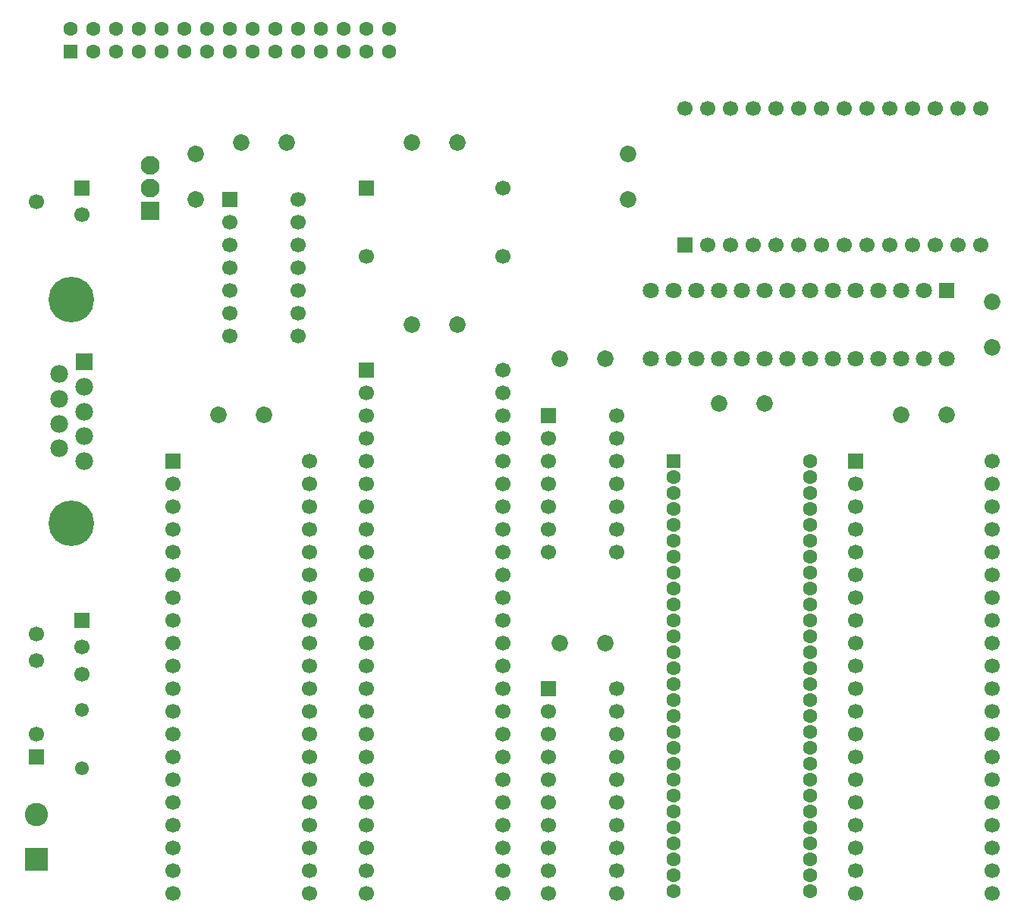
<source format=gbr>
G04 DipTrace 3.2.0.1*
G04 BottomMask.gbr*
%MOIN*%
G04 #@! TF.FileFunction,Soldermask,Bot*
G04 #@! TF.Part,Single*
%ADD22R,0.062992X0.062992*%
%ADD31C,0.2*%
%ADD41C,0.082677*%
%ADD42C,0.066929*%
%ADD43R,0.082677X0.082677*%
%ADD44R,0.066929X0.066929*%
%ADD45C,0.102362*%
%ADD47R,0.102362X0.102362*%
%ADD49C,0.061024*%
%ADD51C,0.070866*%
%ADD53R,0.070866X0.070866*%
%ADD55C,0.062992*%
%ADD58C,0.077874*%
%ADD60R,0.077874X0.077874*%
%ADD62C,0.066929*%
%ADD65C,0.072835*%
%FSLAX26Y26*%
G04*
G70*
G90*
G75*
G01*
G04 BotMask*
%LPD*%
D65*
X1337060Y3665538D3*
Y3865538D3*
X1737060Y3915538D3*
X1537060D3*
X1637060Y2717507D3*
X1437060D3*
X3137060Y1715538D3*
X2937060D3*
X2487060Y3115538D3*
X2287060D3*
X2937060Y2965538D3*
X3137060D3*
X2289060Y3915538D3*
X2489060D3*
X3837060Y2769554D3*
X3637060D3*
X4837060Y3215538D3*
Y3015538D3*
X4437060Y2717507D3*
X4637060D3*
X3237060Y3665538D3*
Y3865538D3*
D44*
X2087060Y3715538D3*
D62*
Y3415538D3*
X2687060D3*
Y3715538D3*
D60*
X849055Y2951549D3*
D58*
Y2842546D3*
Y2733543D3*
Y2624541D3*
Y2515538D3*
X737060Y2897546D3*
Y2788543D3*
Y2679541D3*
Y2570538D3*
D31*
X793058Y2241549D3*
Y3225538D3*
D44*
X3487060Y3465538D3*
D42*
X3587060D3*
X3687060D3*
X3787060D3*
X3887060D3*
X3987060D3*
X4087060D3*
X4187060D3*
X4287060D3*
X4387060D3*
X4487060D3*
X4587060D3*
X4687060D3*
X4787060D3*
Y4063963D3*
X4687060D3*
X4587060D3*
X4487060D3*
X4387060D3*
X4287060D3*
X4187060D3*
X4087060D3*
X3987060D3*
X3887060D3*
X3787060D3*
X3687060D3*
X3587060D3*
X3487060D3*
X637060Y1315538D3*
D44*
Y1215538D3*
X837060Y1815538D3*
D42*
X640210Y1756483D3*
X837060Y1697428D3*
X640210Y1638373D3*
X837060Y1579318D3*
D55*
X1487060Y4315538D3*
X1587060D3*
X1687060D3*
X1787060D3*
X1887060D3*
X1987060D3*
X2087060D3*
X2187060D3*
X1487060Y4415538D3*
X1587060D3*
X1687060D3*
X1787060D3*
X1887060D3*
X1987060D3*
X2087060D3*
X2187060D3*
D22*
X787060Y4315538D3*
D55*
X887060D3*
X987060D3*
X1087060D3*
X1187060D3*
X1287060D3*
X1387060D3*
X787060Y4415538D3*
X887060D3*
X987060D3*
X1087060D3*
X1187060D3*
X1287060D3*
X1387060D3*
D44*
X4237060Y2515538D3*
D42*
Y2415538D3*
Y2315538D3*
Y2215538D3*
Y2115538D3*
Y2015538D3*
Y1915538D3*
Y1815538D3*
Y1715538D3*
Y1615538D3*
Y1515538D3*
Y1415538D3*
Y1315538D3*
Y1215538D3*
Y1115538D3*
Y1015538D3*
Y915538D3*
Y815538D3*
Y715538D3*
Y615538D3*
X4837060D3*
Y715538D3*
Y815538D3*
Y915538D3*
Y1015538D3*
Y1115538D3*
Y1215538D3*
Y1315538D3*
Y1415538D3*
Y1515538D3*
Y1615538D3*
Y1715538D3*
Y1815538D3*
Y1915538D3*
Y2015538D3*
Y2115538D3*
Y2215538D3*
Y2315538D3*
Y2415538D3*
Y2515538D3*
D53*
X4637060Y3265538D3*
D51*
X4537060D3*
X4437060D3*
X4337060D3*
X4237060D3*
X4137060D3*
X4037060D3*
X3937060D3*
X3837060D3*
X3737060D3*
X3637060D3*
X3537060D3*
X3437060D3*
X3337060D3*
Y2965538D3*
X3437060D3*
X3537060D3*
X3637060D3*
X3737060D3*
X3837060D3*
X3937060D3*
X4037060D3*
X4137060D3*
X4237060D3*
X4337060D3*
X4437060D3*
X4537060D3*
X4637060D3*
D44*
X837060Y3715538D3*
D42*
X640210Y3656483D3*
X837060Y3597428D3*
D44*
X1237060Y2515538D3*
D42*
Y2415538D3*
Y2315538D3*
Y2215538D3*
Y2115538D3*
Y2015538D3*
Y1915538D3*
Y1815538D3*
Y1715538D3*
Y1615538D3*
Y1515538D3*
Y1415538D3*
Y1315538D3*
Y1215538D3*
Y1115538D3*
Y1015538D3*
Y915538D3*
Y815538D3*
Y715538D3*
Y615538D3*
X1837060D3*
Y715538D3*
Y815538D3*
Y915538D3*
Y1015538D3*
Y1115538D3*
Y1215538D3*
Y1315538D3*
Y1415538D3*
Y1515538D3*
Y1615538D3*
Y1715538D3*
Y1815538D3*
Y1915538D3*
Y2015538D3*
Y2115538D3*
Y2215538D3*
Y2315538D3*
Y2415538D3*
Y2515538D3*
D49*
X837060Y1165538D3*
Y1421444D3*
D44*
X2887060Y1515538D3*
D42*
Y1415538D3*
Y1315538D3*
Y1215538D3*
Y1115537D3*
Y1015537D3*
Y915538D3*
Y815537D3*
Y715537D3*
Y615538D3*
X3187060Y1515537D3*
Y1415537D3*
Y1315537D3*
Y1215538D3*
Y1115537D3*
Y1015537D3*
Y915538D3*
Y815537D3*
Y715537D3*
Y615538D3*
D44*
X1487060Y3665538D3*
D42*
Y3565538D3*
Y3465538D3*
Y3365538D3*
Y3265538D3*
Y3165538D3*
Y3065538D3*
X1787060D3*
Y3165538D3*
Y3265538D3*
Y3365538D3*
Y3465538D3*
Y3565538D3*
Y3665538D3*
D44*
X2887060Y2715538D3*
D42*
Y2615538D3*
Y2515538D3*
Y2415538D3*
Y2315538D3*
Y2215538D3*
Y2115538D3*
X3187060D3*
Y2215538D3*
Y2315538D3*
Y2415538D3*
Y2515538D3*
Y2615538D3*
Y2715538D3*
D47*
X637060Y765538D3*
D45*
Y962388D3*
D44*
X2087060Y2915538D3*
D42*
Y2815538D3*
Y2715538D3*
Y2615538D3*
Y2515538D3*
Y2415538D3*
Y2315538D3*
Y2215538D3*
Y2115538D3*
Y2015538D3*
Y1915538D3*
Y1815538D3*
Y1715538D3*
Y1615538D3*
Y1515538D3*
Y1415538D3*
Y1315538D3*
Y1215538D3*
Y1115538D3*
Y1015538D3*
Y915538D3*
Y815538D3*
Y715538D3*
Y615538D3*
X2687060D3*
Y715538D3*
Y815538D3*
Y915538D3*
Y1015538D3*
Y1115538D3*
Y1215538D3*
Y1315538D3*
Y1415538D3*
Y1515538D3*
Y1615538D3*
Y1715538D3*
Y1815538D3*
Y1915538D3*
Y2015538D3*
Y2115538D3*
Y2215538D3*
Y2315538D3*
Y2415538D3*
Y2515538D3*
Y2615538D3*
Y2715538D3*
Y2815538D3*
Y2915538D3*
D22*
X3437060Y2515538D3*
D55*
Y2445538D3*
Y2375538D3*
Y2305538D3*
Y2235538D3*
Y2165538D3*
Y2095538D3*
Y2025538D3*
Y1955538D3*
Y1885538D3*
Y1815538D3*
Y1745538D3*
Y1675538D3*
Y1605538D3*
Y1535538D3*
Y1465538D3*
Y1395538D3*
Y1325538D3*
Y1255538D3*
Y1185538D3*
Y1115538D3*
Y1045538D3*
Y975538D3*
Y905538D3*
Y835538D3*
Y765538D3*
Y695538D3*
Y625538D3*
X4037060D3*
Y695538D3*
Y764554D3*
Y835538D3*
Y905538D3*
Y975538D3*
Y1045538D3*
Y1115538D3*
Y1185538D3*
Y1255538D3*
Y1325538D3*
Y1395538D3*
Y1465538D3*
Y1535538D3*
Y1605538D3*
Y1675538D3*
Y1745538D3*
Y1815538D3*
Y1885538D3*
Y1955538D3*
Y2025538D3*
Y2095538D3*
Y2165538D3*
Y2235538D3*
Y2305538D3*
Y2375538D3*
Y2445538D3*
Y2515538D3*
D43*
X1137060Y3615538D3*
D41*
Y3715538D3*
Y3815538D3*
M02*

</source>
